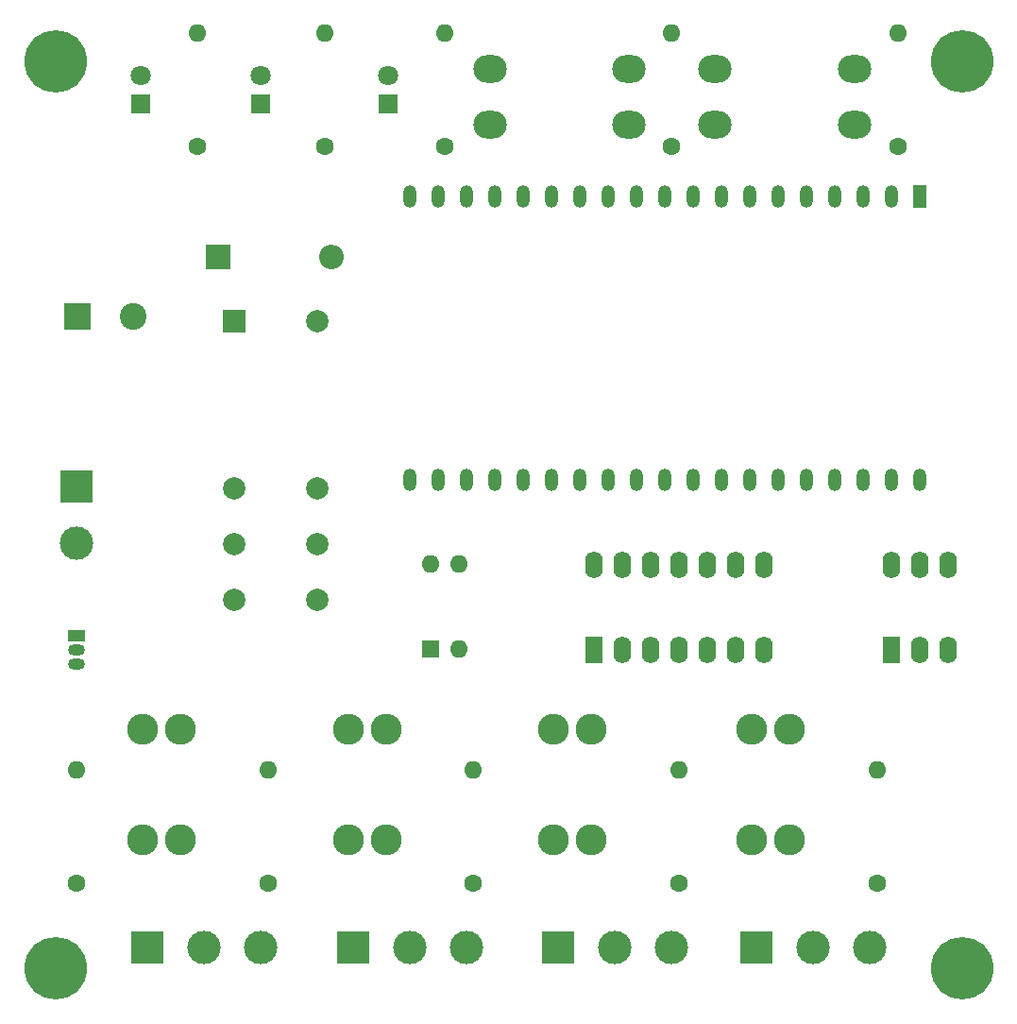
<source format=gts>
G04 #@! TF.GenerationSoftware,KiCad,Pcbnew,7.0.8+1*
G04 #@! TF.CreationDate,2023-11-06T10:27:29+00:00*
G04 #@! TF.ProjectId,wled-pcb,776c6564-2d70-4636-922e-6b696361645f,rev?*
G04 #@! TF.SameCoordinates,Original*
G04 #@! TF.FileFunction,Soldermask,Top*
G04 #@! TF.FilePolarity,Negative*
%FSLAX46Y46*%
G04 Gerber Fmt 4.6, Leading zero omitted, Abs format (unit mm)*
G04 Created by KiCad (PCBNEW 7.0.8+1) date 2023-11-06 10:27:29*
%MOMM*%
%LPD*%
G01*
G04 APERTURE LIST*
%ADD10R,3.000000X3.000000*%
%ADD11C,3.000000*%
%ADD12R,2.200000X2.200000*%
%ADD13O,2.200000X2.200000*%
%ADD14C,1.600000*%
%ADD15O,1.600000X1.600000*%
%ADD16C,2.780000*%
%ADD17R,1.200000X2.000000*%
%ADD18O,1.200000X2.000000*%
%ADD19C,3.600000*%
%ADD20C,5.600000*%
%ADD21R,1.600000X2.400000*%
%ADD22O,1.600000X2.400000*%
%ADD23O,3.000000X2.500000*%
%ADD24R,1.800000X1.800000*%
%ADD25C,1.800000*%
%ADD26R,1.600000X1.600000*%
%ADD27C,2.000000*%
%ADD28R,2.000000X2.000000*%
%ADD29R,1.500000X1.050000*%
%ADD30O,1.500000X1.050000*%
%ADD31R,2.400000X2.400000*%
%ADD32C,2.400000*%
G04 APERTURE END LIST*
D10*
X125730000Y-137160000D03*
D11*
X130810000Y-137160000D03*
X135890000Y-137160000D03*
D12*
X113662500Y-75302500D03*
D13*
X123822500Y-75302500D03*
D14*
X154305000Y-65405000D03*
D15*
X154305000Y-55245000D03*
D14*
X136525000Y-131445000D03*
D15*
X136525000Y-121285000D03*
D16*
X147115000Y-117595000D03*
X143715000Y-117595000D03*
X147115000Y-127515000D03*
X143715000Y-127515000D03*
D17*
X176530000Y-69850000D03*
D18*
X173990000Y-69850000D03*
X171450000Y-69850000D03*
X168910000Y-69850000D03*
X166370000Y-69850000D03*
X163830000Y-69850000D03*
X161290000Y-69850000D03*
X158750000Y-69850000D03*
X156210000Y-69850000D03*
X153670000Y-69850000D03*
X151130000Y-69850000D03*
X148590000Y-69850000D03*
X146050000Y-69850000D03*
X143510000Y-69850000D03*
X140970000Y-69850000D03*
X138430000Y-69850000D03*
X135890000Y-69850000D03*
X133350000Y-69850000D03*
X130810000Y-69850000D03*
X130812720Y-95246320D03*
X133352720Y-95246320D03*
X135890000Y-95250000D03*
X138430000Y-95250000D03*
X140970000Y-95250000D03*
X143510000Y-95250000D03*
X146050000Y-95250000D03*
X148590000Y-95250000D03*
X151130000Y-95250000D03*
X153670000Y-95250000D03*
X156210000Y-95250000D03*
X158750000Y-95250000D03*
X161290000Y-95250000D03*
X163830000Y-95250000D03*
X166370000Y-95250000D03*
X168910000Y-95250000D03*
X171450000Y-95250000D03*
X173990000Y-95250000D03*
X176530000Y-95250000D03*
D10*
X144145000Y-137160000D03*
D11*
X149225000Y-137160000D03*
X154305000Y-137160000D03*
D10*
X107315000Y-137160000D03*
D11*
X112395000Y-137160000D03*
X117475000Y-137160000D03*
D14*
X123190000Y-65405000D03*
D15*
X123190000Y-55245000D03*
D19*
X180340000Y-139065000D03*
D20*
X180340000Y-139065000D03*
D21*
X174005000Y-110505000D03*
D22*
X176545000Y-110505000D03*
X179085000Y-110505000D03*
X179085000Y-102885000D03*
X176545000Y-102885000D03*
X174005000Y-102885000D03*
D21*
X147320000Y-110490000D03*
D22*
X149860000Y-110490000D03*
X152400000Y-110490000D03*
X154940000Y-110490000D03*
X157480000Y-110490000D03*
X160020000Y-110490000D03*
X162560000Y-110490000D03*
X162560000Y-102870000D03*
X160020000Y-102870000D03*
X157480000Y-102870000D03*
X154940000Y-102870000D03*
X152400000Y-102870000D03*
X149860000Y-102870000D03*
X147320000Y-102870000D03*
D19*
X99060000Y-57785000D03*
D20*
X99060000Y-57785000D03*
D10*
X100965000Y-95885000D03*
D11*
X100965000Y-100965000D03*
D14*
X174625000Y-65405000D03*
D15*
X174625000Y-55245000D03*
D23*
X150495000Y-63420000D03*
X137995000Y-63420000D03*
X150495000Y-58420000D03*
X137995000Y-58420000D03*
X170715000Y-63460000D03*
X158215000Y-63460000D03*
X170715000Y-58460000D03*
X158215000Y-58460000D03*
D16*
X110285000Y-117595000D03*
X106885000Y-117595000D03*
X110285000Y-127515000D03*
X106885000Y-127515000D03*
X164895000Y-117595000D03*
X161495000Y-117595000D03*
X164895000Y-127515000D03*
X161495000Y-127515000D03*
X128700000Y-117595000D03*
X125300000Y-117595000D03*
X128700000Y-127515000D03*
X125300000Y-127515000D03*
D14*
X154940000Y-131445000D03*
D15*
X154940000Y-121285000D03*
D14*
X100965000Y-131445000D03*
D15*
X100965000Y-121285000D03*
D24*
X106680000Y-61600000D03*
D25*
X106680000Y-59060000D03*
D26*
X132710000Y-110480000D03*
D15*
X135250000Y-110480000D03*
X135250000Y-102860000D03*
X132710000Y-102860000D03*
D14*
X133985000Y-65405000D03*
D15*
X133985000Y-55245000D03*
D24*
X128905000Y-61595000D03*
D25*
X128905000Y-59055000D03*
D27*
X115055000Y-101045000D03*
X122555000Y-101045000D03*
X115055000Y-96045000D03*
X122555000Y-96045000D03*
X115055000Y-106045000D03*
X122555000Y-106045000D03*
D28*
X115055000Y-81045000D03*
D27*
X122555000Y-81045000D03*
D29*
X100965000Y-109220000D03*
D30*
X100965000Y-110490000D03*
X100965000Y-111760000D03*
D19*
X99060000Y-139065000D03*
D20*
X99060000Y-139065000D03*
D31*
X101045000Y-80645000D03*
D32*
X106045000Y-80645000D03*
D14*
X118110000Y-131445000D03*
D15*
X118110000Y-121285000D03*
D14*
X111760000Y-65405000D03*
D15*
X111760000Y-55245000D03*
D10*
X161925000Y-137160000D03*
D11*
X167005000Y-137160000D03*
X172085000Y-137160000D03*
D19*
X180340000Y-57785000D03*
D20*
X180340000Y-57785000D03*
D24*
X117475000Y-61595000D03*
D25*
X117475000Y-59055000D03*
D14*
X172720000Y-131445000D03*
D15*
X172720000Y-121285000D03*
M02*

</source>
